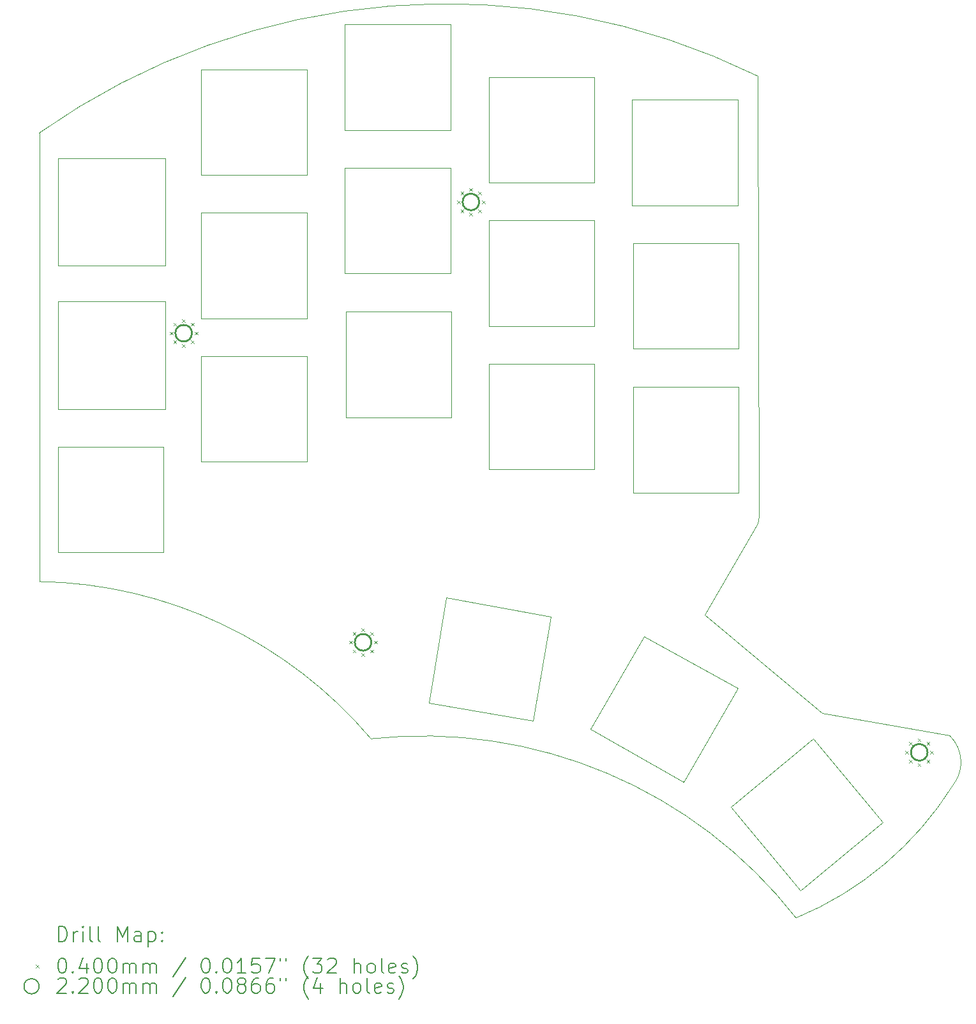
<source format=gbr>
%FSLAX45Y45*%
G04 Gerber Fmt 4.5, Leading zero omitted, Abs format (unit mm)*
G04 Created by KiCad (PCBNEW (6.0.4-0)) date 2022-05-15 20:04:57*
%MOMM*%
%LPD*%
G01*
G04 APERTURE LIST*
%TA.AperFunction,Profile*%
%ADD10C,0.050000*%
%TD*%
%ADD11C,0.200000*%
%ADD12C,0.040000*%
%ADD13C,0.220000*%
G04 APERTURE END LIST*
D10*
X8025000Y-7675000D02*
X8025000Y-6250000D01*
X8025000Y-9575000D02*
X8025000Y-8150000D01*
X9450000Y-9575000D02*
X9425000Y-9575000D01*
X8025000Y-11475000D02*
X8025000Y-10075000D01*
X8025000Y-10075000D02*
X9425000Y-10075000D01*
X9425000Y-10075000D02*
X9425000Y-11475000D01*
X9425000Y-11475000D02*
X8025000Y-11475000D01*
X17050000Y-10685000D02*
X15650000Y-10685000D01*
X15650000Y-10685000D02*
X15650000Y-9285000D01*
X17050000Y-9285000D02*
X17050000Y-10685000D01*
X15650000Y-9285000D02*
X17050000Y-9285000D01*
X12940000Y-13470000D02*
X14320000Y-13710000D01*
X16950000Y-14850000D02*
X17870000Y-15960000D01*
X16950000Y-14850000D02*
X18040000Y-13950000D01*
X16602157Y-12301532D02*
X17300657Y-11095032D01*
X18158793Y-13610828D02*
X16602157Y-12301532D01*
X17300657Y-11095032D02*
X17325000Y-11000000D01*
X8025000Y-8150000D02*
X9425000Y-8150000D01*
X11840000Y-8285000D02*
X13240000Y-8285000D01*
X9925000Y-5075000D02*
X11325000Y-5075000D01*
X11840000Y-9685000D02*
X11840000Y-8285000D01*
X13230000Y-6375000D02*
X13230000Y-7775000D01*
X9450000Y-7675000D02*
X8025000Y-7675000D01*
X15140000Y-8975000D02*
X15140000Y-10375000D01*
X13240000Y-8285000D02*
X13240000Y-9685000D01*
X16320000Y-14520000D02*
X17040000Y-13280000D01*
X8025000Y-6250000D02*
X9450000Y-6250000D01*
X13740000Y-8975000D02*
X15140000Y-8975000D01*
X13240000Y-9685000D02*
X11840000Y-9685000D01*
X9450000Y-6250000D02*
X9450000Y-7675000D01*
X19852157Y-13907808D02*
X18158793Y-13610828D01*
X17303750Y-5159375D02*
X17325000Y-11000000D01*
X15140000Y-7075000D02*
X15140000Y-8475000D01*
X7774954Y-5914571D02*
X7779480Y-11863649D01*
X19890686Y-14570430D02*
G75*
G03*
X19852157Y-13907808I-385426J310020D01*
G01*
X15650000Y-7375000D02*
X17050000Y-7375000D01*
X11325000Y-5075000D02*
X11325000Y-6475000D01*
X11325000Y-8375000D02*
X9925000Y-8375000D01*
X11325000Y-6475000D02*
X9925000Y-6475000D01*
X9425000Y-8150000D02*
X9450000Y-8150000D01*
X14320000Y-13710000D02*
X14560000Y-12330000D01*
X13740000Y-6575000D02*
X13740000Y-5175000D01*
X17812861Y-16325288D02*
G75*
G03*
X12174925Y-13949323I-4949949J-3868630D01*
G01*
X11830000Y-5875000D02*
X11830000Y-4475000D01*
X9925000Y-10275000D02*
X9925000Y-8875000D01*
X9925000Y-6975000D02*
X11325000Y-6975000D01*
X9925000Y-8375000D02*
X9925000Y-6975000D01*
X12174926Y-13949323D02*
G75*
G03*
X7779480Y-11863649I-4496261J-3801207D01*
G01*
X15800000Y-12590000D02*
X17040000Y-13280000D01*
X13230000Y-7775000D02*
X11830000Y-7775000D01*
X13740000Y-7075000D02*
X15140000Y-7075000D01*
X17812861Y-16325288D02*
G75*
G03*
X19890684Y-14570429I-1704573J4125824D01*
G01*
X15140000Y-6575000D02*
X13740000Y-6575000D01*
X11325000Y-8875000D02*
X11325000Y-10275000D01*
X15800000Y-12590000D02*
X15090000Y-13820000D01*
X16320000Y-14520000D02*
X15090000Y-13820000D01*
X9925000Y-8875000D02*
X11325000Y-8875000D01*
X13740000Y-5175000D02*
X15140000Y-5175000D01*
X11830000Y-6375000D02*
X13230000Y-6375000D01*
X17303750Y-5159375D02*
G75*
G03*
X7774954Y-5914571I-4127500J-8413750D01*
G01*
X17870000Y-15960000D02*
X18960000Y-15060000D01*
X18040000Y-13950000D02*
X18960000Y-15060000D01*
X17040000Y-5475000D02*
X17040000Y-6875000D01*
X9450000Y-8150000D02*
X9450000Y-9575000D01*
X13230000Y-5875000D02*
X11830000Y-5875000D01*
X15650000Y-8775000D02*
X15650000Y-7375000D01*
X9425000Y-9575000D02*
X8025000Y-9575000D01*
X13170000Y-12080000D02*
X12940000Y-13470000D01*
X15140000Y-10375000D02*
X13740000Y-10375000D01*
X13230000Y-4475000D02*
X13230000Y-5875000D01*
X15640000Y-6875000D02*
X15640000Y-5475000D01*
X17040000Y-6875000D02*
X15640000Y-6875000D01*
X15140000Y-8475000D02*
X13740000Y-8475000D01*
X15140000Y-5175000D02*
X15140000Y-6575000D01*
X11325000Y-10275000D02*
X9925000Y-10275000D01*
X13740000Y-10375000D02*
X13740000Y-8975000D01*
X15640000Y-5475000D02*
X17040000Y-5475000D01*
X11325000Y-6975000D02*
X11325000Y-8375000D01*
X11830000Y-4475000D02*
X13230000Y-4475000D01*
X17050000Y-7375000D02*
X17050000Y-8775000D01*
X13740000Y-8475000D02*
X13740000Y-7075000D01*
X17050000Y-8775000D02*
X15650000Y-8775000D01*
X14560000Y-12330000D02*
X13170000Y-12080000D01*
X9925000Y-6475000D02*
X9925000Y-5075000D01*
X11830000Y-7775000D02*
X11830000Y-6375000D01*
D11*
D12*
X9505000Y-8550000D02*
X9545000Y-8590000D01*
X9545000Y-8550000D02*
X9505000Y-8590000D01*
X9553327Y-8433327D02*
X9593327Y-8473327D01*
X9593327Y-8433327D02*
X9553327Y-8473327D01*
X9553327Y-8666673D02*
X9593327Y-8706673D01*
X9593327Y-8666673D02*
X9553327Y-8706673D01*
X9670000Y-8385000D02*
X9710000Y-8425000D01*
X9710000Y-8385000D02*
X9670000Y-8425000D01*
X9670000Y-8715000D02*
X9710000Y-8755000D01*
X9710000Y-8715000D02*
X9670000Y-8755000D01*
X9786673Y-8433327D02*
X9826673Y-8473327D01*
X9826673Y-8433327D02*
X9786673Y-8473327D01*
X9786673Y-8666673D02*
X9826673Y-8706673D01*
X9826673Y-8666673D02*
X9786673Y-8706673D01*
X9835000Y-8550000D02*
X9875000Y-8590000D01*
X9875000Y-8550000D02*
X9835000Y-8590000D01*
X11885000Y-12650000D02*
X11925000Y-12690000D01*
X11925000Y-12650000D02*
X11885000Y-12690000D01*
X11933327Y-12533327D02*
X11973327Y-12573327D01*
X11973327Y-12533327D02*
X11933327Y-12573327D01*
X11933327Y-12766673D02*
X11973327Y-12806673D01*
X11973327Y-12766673D02*
X11933327Y-12806673D01*
X12050000Y-12485000D02*
X12090000Y-12525000D01*
X12090000Y-12485000D02*
X12050000Y-12525000D01*
X12050000Y-12815000D02*
X12090000Y-12855000D01*
X12090000Y-12815000D02*
X12050000Y-12855000D01*
X12166673Y-12533327D02*
X12206673Y-12573327D01*
X12206673Y-12533327D02*
X12166673Y-12573327D01*
X12166673Y-12766673D02*
X12206673Y-12806673D01*
X12206673Y-12766673D02*
X12166673Y-12806673D01*
X12215000Y-12650000D02*
X12255000Y-12690000D01*
X12255000Y-12650000D02*
X12215000Y-12690000D01*
X13315000Y-6810000D02*
X13355000Y-6850000D01*
X13355000Y-6810000D02*
X13315000Y-6850000D01*
X13363327Y-6693327D02*
X13403327Y-6733327D01*
X13403327Y-6693327D02*
X13363327Y-6733327D01*
X13363327Y-6926673D02*
X13403327Y-6966673D01*
X13403327Y-6926673D02*
X13363327Y-6966673D01*
X13480000Y-6645000D02*
X13520000Y-6685000D01*
X13520000Y-6645000D02*
X13480000Y-6685000D01*
X13480000Y-6975000D02*
X13520000Y-7015000D01*
X13520000Y-6975000D02*
X13480000Y-7015000D01*
X13596673Y-6693327D02*
X13636673Y-6733327D01*
X13636673Y-6693327D02*
X13596673Y-6733327D01*
X13596673Y-6926673D02*
X13636673Y-6966673D01*
X13636673Y-6926673D02*
X13596673Y-6966673D01*
X13645000Y-6810000D02*
X13685000Y-6850000D01*
X13685000Y-6810000D02*
X13645000Y-6850000D01*
X19261875Y-14108750D02*
X19301875Y-14148750D01*
X19301875Y-14108750D02*
X19261875Y-14148750D01*
X19310202Y-13992077D02*
X19350202Y-14032077D01*
X19350202Y-13992077D02*
X19310202Y-14032077D01*
X19310202Y-14225423D02*
X19350202Y-14265423D01*
X19350202Y-14225423D02*
X19310202Y-14265423D01*
X19426875Y-13943750D02*
X19466875Y-13983750D01*
X19466875Y-13943750D02*
X19426875Y-13983750D01*
X19426875Y-14273750D02*
X19466875Y-14313750D01*
X19466875Y-14273750D02*
X19426875Y-14313750D01*
X19543548Y-13992077D02*
X19583548Y-14032077D01*
X19583548Y-13992077D02*
X19543548Y-14032077D01*
X19543548Y-14225423D02*
X19583548Y-14265423D01*
X19583548Y-14225423D02*
X19543548Y-14265423D01*
X19591875Y-14108750D02*
X19631875Y-14148750D01*
X19631875Y-14108750D02*
X19591875Y-14148750D01*
D13*
X9800000Y-8570000D02*
G75*
G03*
X9800000Y-8570000I-110000J0D01*
G01*
X12180000Y-12670000D02*
G75*
G03*
X12180000Y-12670000I-110000J0D01*
G01*
X13610000Y-6830000D02*
G75*
G03*
X13610000Y-6830000I-110000J0D01*
G01*
X19556875Y-14128750D02*
G75*
G03*
X19556875Y-14128750I-110000J0D01*
G01*
D11*
X8030073Y-16638264D02*
X8030073Y-16438264D01*
X8077692Y-16438264D01*
X8106264Y-16447788D01*
X8125311Y-16466836D01*
X8134835Y-16485883D01*
X8144359Y-16523979D01*
X8144359Y-16552550D01*
X8134835Y-16590645D01*
X8125311Y-16609693D01*
X8106264Y-16628740D01*
X8077692Y-16638264D01*
X8030073Y-16638264D01*
X8230073Y-16638264D02*
X8230073Y-16504931D01*
X8230073Y-16543026D02*
X8239597Y-16523979D01*
X8249121Y-16514455D01*
X8268168Y-16504931D01*
X8287216Y-16504931D01*
X8353883Y-16638264D02*
X8353883Y-16504931D01*
X8353883Y-16438264D02*
X8344359Y-16447788D01*
X8353883Y-16457312D01*
X8363406Y-16447788D01*
X8353883Y-16438264D01*
X8353883Y-16457312D01*
X8477692Y-16638264D02*
X8458645Y-16628740D01*
X8449121Y-16609693D01*
X8449121Y-16438264D01*
X8582454Y-16638264D02*
X8563406Y-16628740D01*
X8553883Y-16609693D01*
X8553883Y-16438264D01*
X8811026Y-16638264D02*
X8811026Y-16438264D01*
X8877692Y-16581121D01*
X8944359Y-16438264D01*
X8944359Y-16638264D01*
X9125311Y-16638264D02*
X9125311Y-16533502D01*
X9115787Y-16514455D01*
X9096740Y-16504931D01*
X9058645Y-16504931D01*
X9039597Y-16514455D01*
X9125311Y-16628740D02*
X9106264Y-16638264D01*
X9058645Y-16638264D01*
X9039597Y-16628740D01*
X9030073Y-16609693D01*
X9030073Y-16590645D01*
X9039597Y-16571598D01*
X9058645Y-16562074D01*
X9106264Y-16562074D01*
X9125311Y-16552550D01*
X9220549Y-16504931D02*
X9220549Y-16704931D01*
X9220549Y-16514455D02*
X9239597Y-16504931D01*
X9277692Y-16504931D01*
X9296740Y-16514455D01*
X9306264Y-16523979D01*
X9315787Y-16543026D01*
X9315787Y-16600169D01*
X9306264Y-16619217D01*
X9296740Y-16628740D01*
X9277692Y-16638264D01*
X9239597Y-16638264D01*
X9220549Y-16628740D01*
X9401502Y-16619217D02*
X9411026Y-16628740D01*
X9401502Y-16638264D01*
X9391978Y-16628740D01*
X9401502Y-16619217D01*
X9401502Y-16638264D01*
X9401502Y-16514455D02*
X9411026Y-16523979D01*
X9401502Y-16533502D01*
X9391978Y-16523979D01*
X9401502Y-16514455D01*
X9401502Y-16533502D01*
D12*
X7732454Y-16947788D02*
X7772454Y-16987788D01*
X7772454Y-16947788D02*
X7732454Y-16987788D01*
D11*
X8068168Y-16858264D02*
X8087216Y-16858264D01*
X8106264Y-16867788D01*
X8115787Y-16877312D01*
X8125311Y-16896360D01*
X8134835Y-16934455D01*
X8134835Y-16982074D01*
X8125311Y-17020169D01*
X8115787Y-17039217D01*
X8106264Y-17048741D01*
X8087216Y-17058264D01*
X8068168Y-17058264D01*
X8049121Y-17048741D01*
X8039597Y-17039217D01*
X8030073Y-17020169D01*
X8020549Y-16982074D01*
X8020549Y-16934455D01*
X8030073Y-16896360D01*
X8039597Y-16877312D01*
X8049121Y-16867788D01*
X8068168Y-16858264D01*
X8220549Y-17039217D02*
X8230073Y-17048741D01*
X8220549Y-17058264D01*
X8211025Y-17048741D01*
X8220549Y-17039217D01*
X8220549Y-17058264D01*
X8401502Y-16924931D02*
X8401502Y-17058264D01*
X8353883Y-16848741D02*
X8306264Y-16991598D01*
X8430073Y-16991598D01*
X8544359Y-16858264D02*
X8563406Y-16858264D01*
X8582454Y-16867788D01*
X8591978Y-16877312D01*
X8601502Y-16896360D01*
X8611026Y-16934455D01*
X8611026Y-16982074D01*
X8601502Y-17020169D01*
X8591978Y-17039217D01*
X8582454Y-17048741D01*
X8563406Y-17058264D01*
X8544359Y-17058264D01*
X8525311Y-17048741D01*
X8515787Y-17039217D01*
X8506264Y-17020169D01*
X8496740Y-16982074D01*
X8496740Y-16934455D01*
X8506264Y-16896360D01*
X8515787Y-16877312D01*
X8525311Y-16867788D01*
X8544359Y-16858264D01*
X8734835Y-16858264D02*
X8753883Y-16858264D01*
X8772930Y-16867788D01*
X8782454Y-16877312D01*
X8791978Y-16896360D01*
X8801502Y-16934455D01*
X8801502Y-16982074D01*
X8791978Y-17020169D01*
X8782454Y-17039217D01*
X8772930Y-17048741D01*
X8753883Y-17058264D01*
X8734835Y-17058264D01*
X8715787Y-17048741D01*
X8706264Y-17039217D01*
X8696740Y-17020169D01*
X8687216Y-16982074D01*
X8687216Y-16934455D01*
X8696740Y-16896360D01*
X8706264Y-16877312D01*
X8715787Y-16867788D01*
X8734835Y-16858264D01*
X8887216Y-17058264D02*
X8887216Y-16924931D01*
X8887216Y-16943979D02*
X8896740Y-16934455D01*
X8915787Y-16924931D01*
X8944359Y-16924931D01*
X8963406Y-16934455D01*
X8972930Y-16953502D01*
X8972930Y-17058264D01*
X8972930Y-16953502D02*
X8982454Y-16934455D01*
X9001502Y-16924931D01*
X9030073Y-16924931D01*
X9049121Y-16934455D01*
X9058645Y-16953502D01*
X9058645Y-17058264D01*
X9153883Y-17058264D02*
X9153883Y-16924931D01*
X9153883Y-16943979D02*
X9163406Y-16934455D01*
X9182454Y-16924931D01*
X9211026Y-16924931D01*
X9230073Y-16934455D01*
X9239597Y-16953502D01*
X9239597Y-17058264D01*
X9239597Y-16953502D02*
X9249121Y-16934455D01*
X9268168Y-16924931D01*
X9296740Y-16924931D01*
X9315787Y-16934455D01*
X9325311Y-16953502D01*
X9325311Y-17058264D01*
X9715787Y-16848741D02*
X9544359Y-17105883D01*
X9972930Y-16858264D02*
X9991978Y-16858264D01*
X10011026Y-16867788D01*
X10020549Y-16877312D01*
X10030073Y-16896360D01*
X10039597Y-16934455D01*
X10039597Y-16982074D01*
X10030073Y-17020169D01*
X10020549Y-17039217D01*
X10011026Y-17048741D01*
X9991978Y-17058264D01*
X9972930Y-17058264D01*
X9953883Y-17048741D01*
X9944359Y-17039217D01*
X9934835Y-17020169D01*
X9925311Y-16982074D01*
X9925311Y-16934455D01*
X9934835Y-16896360D01*
X9944359Y-16877312D01*
X9953883Y-16867788D01*
X9972930Y-16858264D01*
X10125311Y-17039217D02*
X10134835Y-17048741D01*
X10125311Y-17058264D01*
X10115787Y-17048741D01*
X10125311Y-17039217D01*
X10125311Y-17058264D01*
X10258645Y-16858264D02*
X10277692Y-16858264D01*
X10296740Y-16867788D01*
X10306264Y-16877312D01*
X10315787Y-16896360D01*
X10325311Y-16934455D01*
X10325311Y-16982074D01*
X10315787Y-17020169D01*
X10306264Y-17039217D01*
X10296740Y-17048741D01*
X10277692Y-17058264D01*
X10258645Y-17058264D01*
X10239597Y-17048741D01*
X10230073Y-17039217D01*
X10220549Y-17020169D01*
X10211026Y-16982074D01*
X10211026Y-16934455D01*
X10220549Y-16896360D01*
X10230073Y-16877312D01*
X10239597Y-16867788D01*
X10258645Y-16858264D01*
X10515787Y-17058264D02*
X10401502Y-17058264D01*
X10458645Y-17058264D02*
X10458645Y-16858264D01*
X10439597Y-16886836D01*
X10420549Y-16905883D01*
X10401502Y-16915407D01*
X10696740Y-16858264D02*
X10601502Y-16858264D01*
X10591978Y-16953502D01*
X10601502Y-16943979D01*
X10620549Y-16934455D01*
X10668168Y-16934455D01*
X10687216Y-16943979D01*
X10696740Y-16953502D01*
X10706264Y-16972550D01*
X10706264Y-17020169D01*
X10696740Y-17039217D01*
X10687216Y-17048741D01*
X10668168Y-17058264D01*
X10620549Y-17058264D01*
X10601502Y-17048741D01*
X10591978Y-17039217D01*
X10772930Y-16858264D02*
X10906264Y-16858264D01*
X10820549Y-17058264D01*
X10972930Y-16858264D02*
X10972930Y-16896360D01*
X11049121Y-16858264D02*
X11049121Y-16896360D01*
X11344359Y-17134455D02*
X11334835Y-17124931D01*
X11315787Y-17096360D01*
X11306264Y-17077312D01*
X11296740Y-17048741D01*
X11287216Y-17001122D01*
X11287216Y-16963026D01*
X11296740Y-16915407D01*
X11306264Y-16886836D01*
X11315787Y-16867788D01*
X11334835Y-16839217D01*
X11344359Y-16829693D01*
X11401502Y-16858264D02*
X11525311Y-16858264D01*
X11458644Y-16934455D01*
X11487216Y-16934455D01*
X11506264Y-16943979D01*
X11515787Y-16953502D01*
X11525311Y-16972550D01*
X11525311Y-17020169D01*
X11515787Y-17039217D01*
X11506264Y-17048741D01*
X11487216Y-17058264D01*
X11430073Y-17058264D01*
X11411025Y-17048741D01*
X11401502Y-17039217D01*
X11601502Y-16877312D02*
X11611025Y-16867788D01*
X11630073Y-16858264D01*
X11677692Y-16858264D01*
X11696740Y-16867788D01*
X11706264Y-16877312D01*
X11715787Y-16896360D01*
X11715787Y-16915407D01*
X11706264Y-16943979D01*
X11591978Y-17058264D01*
X11715787Y-17058264D01*
X11953883Y-17058264D02*
X11953883Y-16858264D01*
X12039597Y-17058264D02*
X12039597Y-16953502D01*
X12030073Y-16934455D01*
X12011025Y-16924931D01*
X11982454Y-16924931D01*
X11963406Y-16934455D01*
X11953883Y-16943979D01*
X12163406Y-17058264D02*
X12144359Y-17048741D01*
X12134835Y-17039217D01*
X12125311Y-17020169D01*
X12125311Y-16963026D01*
X12134835Y-16943979D01*
X12144359Y-16934455D01*
X12163406Y-16924931D01*
X12191978Y-16924931D01*
X12211025Y-16934455D01*
X12220549Y-16943979D01*
X12230073Y-16963026D01*
X12230073Y-17020169D01*
X12220549Y-17039217D01*
X12211025Y-17048741D01*
X12191978Y-17058264D01*
X12163406Y-17058264D01*
X12344359Y-17058264D02*
X12325311Y-17048741D01*
X12315787Y-17029693D01*
X12315787Y-16858264D01*
X12496740Y-17048741D02*
X12477692Y-17058264D01*
X12439597Y-17058264D01*
X12420549Y-17048741D01*
X12411025Y-17029693D01*
X12411025Y-16953502D01*
X12420549Y-16934455D01*
X12439597Y-16924931D01*
X12477692Y-16924931D01*
X12496740Y-16934455D01*
X12506264Y-16953502D01*
X12506264Y-16972550D01*
X12411025Y-16991598D01*
X12582454Y-17048741D02*
X12601502Y-17058264D01*
X12639597Y-17058264D01*
X12658644Y-17048741D01*
X12668168Y-17029693D01*
X12668168Y-17020169D01*
X12658644Y-17001122D01*
X12639597Y-16991598D01*
X12611025Y-16991598D01*
X12591978Y-16982074D01*
X12582454Y-16963026D01*
X12582454Y-16953502D01*
X12591978Y-16934455D01*
X12611025Y-16924931D01*
X12639597Y-16924931D01*
X12658644Y-16934455D01*
X12734835Y-17134455D02*
X12744359Y-17124931D01*
X12763406Y-17096360D01*
X12772930Y-17077312D01*
X12782454Y-17048741D01*
X12791978Y-17001122D01*
X12791978Y-16963026D01*
X12782454Y-16915407D01*
X12772930Y-16886836D01*
X12763406Y-16867788D01*
X12744359Y-16839217D01*
X12734835Y-16829693D01*
X7772454Y-17231788D02*
G75*
G03*
X7772454Y-17231788I-100000J0D01*
G01*
X8020549Y-17141312D02*
X8030073Y-17131788D01*
X8049121Y-17122264D01*
X8096740Y-17122264D01*
X8115787Y-17131788D01*
X8125311Y-17141312D01*
X8134835Y-17160360D01*
X8134835Y-17179407D01*
X8125311Y-17207979D01*
X8011025Y-17322264D01*
X8134835Y-17322264D01*
X8220549Y-17303217D02*
X8230073Y-17312741D01*
X8220549Y-17322264D01*
X8211025Y-17312741D01*
X8220549Y-17303217D01*
X8220549Y-17322264D01*
X8306264Y-17141312D02*
X8315787Y-17131788D01*
X8334835Y-17122264D01*
X8382454Y-17122264D01*
X8401502Y-17131788D01*
X8411026Y-17141312D01*
X8420549Y-17160360D01*
X8420549Y-17179407D01*
X8411026Y-17207979D01*
X8296740Y-17322264D01*
X8420549Y-17322264D01*
X8544359Y-17122264D02*
X8563406Y-17122264D01*
X8582454Y-17131788D01*
X8591978Y-17141312D01*
X8601502Y-17160360D01*
X8611026Y-17198455D01*
X8611026Y-17246074D01*
X8601502Y-17284169D01*
X8591978Y-17303217D01*
X8582454Y-17312741D01*
X8563406Y-17322264D01*
X8544359Y-17322264D01*
X8525311Y-17312741D01*
X8515787Y-17303217D01*
X8506264Y-17284169D01*
X8496740Y-17246074D01*
X8496740Y-17198455D01*
X8506264Y-17160360D01*
X8515787Y-17141312D01*
X8525311Y-17131788D01*
X8544359Y-17122264D01*
X8734835Y-17122264D02*
X8753883Y-17122264D01*
X8772930Y-17131788D01*
X8782454Y-17141312D01*
X8791978Y-17160360D01*
X8801502Y-17198455D01*
X8801502Y-17246074D01*
X8791978Y-17284169D01*
X8782454Y-17303217D01*
X8772930Y-17312741D01*
X8753883Y-17322264D01*
X8734835Y-17322264D01*
X8715787Y-17312741D01*
X8706264Y-17303217D01*
X8696740Y-17284169D01*
X8687216Y-17246074D01*
X8687216Y-17198455D01*
X8696740Y-17160360D01*
X8706264Y-17141312D01*
X8715787Y-17131788D01*
X8734835Y-17122264D01*
X8887216Y-17322264D02*
X8887216Y-17188931D01*
X8887216Y-17207979D02*
X8896740Y-17198455D01*
X8915787Y-17188931D01*
X8944359Y-17188931D01*
X8963406Y-17198455D01*
X8972930Y-17217502D01*
X8972930Y-17322264D01*
X8972930Y-17217502D02*
X8982454Y-17198455D01*
X9001502Y-17188931D01*
X9030073Y-17188931D01*
X9049121Y-17198455D01*
X9058645Y-17217502D01*
X9058645Y-17322264D01*
X9153883Y-17322264D02*
X9153883Y-17188931D01*
X9153883Y-17207979D02*
X9163406Y-17198455D01*
X9182454Y-17188931D01*
X9211026Y-17188931D01*
X9230073Y-17198455D01*
X9239597Y-17217502D01*
X9239597Y-17322264D01*
X9239597Y-17217502D02*
X9249121Y-17198455D01*
X9268168Y-17188931D01*
X9296740Y-17188931D01*
X9315787Y-17198455D01*
X9325311Y-17217502D01*
X9325311Y-17322264D01*
X9715787Y-17112741D02*
X9544359Y-17369883D01*
X9972930Y-17122264D02*
X9991978Y-17122264D01*
X10011026Y-17131788D01*
X10020549Y-17141312D01*
X10030073Y-17160360D01*
X10039597Y-17198455D01*
X10039597Y-17246074D01*
X10030073Y-17284169D01*
X10020549Y-17303217D01*
X10011026Y-17312741D01*
X9991978Y-17322264D01*
X9972930Y-17322264D01*
X9953883Y-17312741D01*
X9944359Y-17303217D01*
X9934835Y-17284169D01*
X9925311Y-17246074D01*
X9925311Y-17198455D01*
X9934835Y-17160360D01*
X9944359Y-17141312D01*
X9953883Y-17131788D01*
X9972930Y-17122264D01*
X10125311Y-17303217D02*
X10134835Y-17312741D01*
X10125311Y-17322264D01*
X10115787Y-17312741D01*
X10125311Y-17303217D01*
X10125311Y-17322264D01*
X10258645Y-17122264D02*
X10277692Y-17122264D01*
X10296740Y-17131788D01*
X10306264Y-17141312D01*
X10315787Y-17160360D01*
X10325311Y-17198455D01*
X10325311Y-17246074D01*
X10315787Y-17284169D01*
X10306264Y-17303217D01*
X10296740Y-17312741D01*
X10277692Y-17322264D01*
X10258645Y-17322264D01*
X10239597Y-17312741D01*
X10230073Y-17303217D01*
X10220549Y-17284169D01*
X10211026Y-17246074D01*
X10211026Y-17198455D01*
X10220549Y-17160360D01*
X10230073Y-17141312D01*
X10239597Y-17131788D01*
X10258645Y-17122264D01*
X10439597Y-17207979D02*
X10420549Y-17198455D01*
X10411026Y-17188931D01*
X10401502Y-17169883D01*
X10401502Y-17160360D01*
X10411026Y-17141312D01*
X10420549Y-17131788D01*
X10439597Y-17122264D01*
X10477692Y-17122264D01*
X10496740Y-17131788D01*
X10506264Y-17141312D01*
X10515787Y-17160360D01*
X10515787Y-17169883D01*
X10506264Y-17188931D01*
X10496740Y-17198455D01*
X10477692Y-17207979D01*
X10439597Y-17207979D01*
X10420549Y-17217502D01*
X10411026Y-17227026D01*
X10401502Y-17246074D01*
X10401502Y-17284169D01*
X10411026Y-17303217D01*
X10420549Y-17312741D01*
X10439597Y-17322264D01*
X10477692Y-17322264D01*
X10496740Y-17312741D01*
X10506264Y-17303217D01*
X10515787Y-17284169D01*
X10515787Y-17246074D01*
X10506264Y-17227026D01*
X10496740Y-17217502D01*
X10477692Y-17207979D01*
X10687216Y-17122264D02*
X10649121Y-17122264D01*
X10630073Y-17131788D01*
X10620549Y-17141312D01*
X10601502Y-17169883D01*
X10591978Y-17207979D01*
X10591978Y-17284169D01*
X10601502Y-17303217D01*
X10611026Y-17312741D01*
X10630073Y-17322264D01*
X10668168Y-17322264D01*
X10687216Y-17312741D01*
X10696740Y-17303217D01*
X10706264Y-17284169D01*
X10706264Y-17236550D01*
X10696740Y-17217502D01*
X10687216Y-17207979D01*
X10668168Y-17198455D01*
X10630073Y-17198455D01*
X10611026Y-17207979D01*
X10601502Y-17217502D01*
X10591978Y-17236550D01*
X10877692Y-17122264D02*
X10839597Y-17122264D01*
X10820549Y-17131788D01*
X10811026Y-17141312D01*
X10791978Y-17169883D01*
X10782454Y-17207979D01*
X10782454Y-17284169D01*
X10791978Y-17303217D01*
X10801502Y-17312741D01*
X10820549Y-17322264D01*
X10858645Y-17322264D01*
X10877692Y-17312741D01*
X10887216Y-17303217D01*
X10896740Y-17284169D01*
X10896740Y-17236550D01*
X10887216Y-17217502D01*
X10877692Y-17207979D01*
X10858645Y-17198455D01*
X10820549Y-17198455D01*
X10801502Y-17207979D01*
X10791978Y-17217502D01*
X10782454Y-17236550D01*
X10972930Y-17122264D02*
X10972930Y-17160360D01*
X11049121Y-17122264D02*
X11049121Y-17160360D01*
X11344359Y-17398455D02*
X11334835Y-17388931D01*
X11315787Y-17360360D01*
X11306264Y-17341312D01*
X11296740Y-17312741D01*
X11287216Y-17265122D01*
X11287216Y-17227026D01*
X11296740Y-17179407D01*
X11306264Y-17150836D01*
X11315787Y-17131788D01*
X11334835Y-17103217D01*
X11344359Y-17093693D01*
X11506264Y-17188931D02*
X11506264Y-17322264D01*
X11458644Y-17112741D02*
X11411025Y-17255598D01*
X11534835Y-17255598D01*
X11763406Y-17322264D02*
X11763406Y-17122264D01*
X11849121Y-17322264D02*
X11849121Y-17217502D01*
X11839597Y-17198455D01*
X11820549Y-17188931D01*
X11791978Y-17188931D01*
X11772930Y-17198455D01*
X11763406Y-17207979D01*
X11972930Y-17322264D02*
X11953883Y-17312741D01*
X11944359Y-17303217D01*
X11934835Y-17284169D01*
X11934835Y-17227026D01*
X11944359Y-17207979D01*
X11953883Y-17198455D01*
X11972930Y-17188931D01*
X12001502Y-17188931D01*
X12020549Y-17198455D01*
X12030073Y-17207979D01*
X12039597Y-17227026D01*
X12039597Y-17284169D01*
X12030073Y-17303217D01*
X12020549Y-17312741D01*
X12001502Y-17322264D01*
X11972930Y-17322264D01*
X12153883Y-17322264D02*
X12134835Y-17312741D01*
X12125311Y-17293693D01*
X12125311Y-17122264D01*
X12306264Y-17312741D02*
X12287216Y-17322264D01*
X12249121Y-17322264D01*
X12230073Y-17312741D01*
X12220549Y-17293693D01*
X12220549Y-17217502D01*
X12230073Y-17198455D01*
X12249121Y-17188931D01*
X12287216Y-17188931D01*
X12306264Y-17198455D01*
X12315787Y-17217502D01*
X12315787Y-17236550D01*
X12220549Y-17255598D01*
X12391978Y-17312741D02*
X12411025Y-17322264D01*
X12449121Y-17322264D01*
X12468168Y-17312741D01*
X12477692Y-17293693D01*
X12477692Y-17284169D01*
X12468168Y-17265122D01*
X12449121Y-17255598D01*
X12420549Y-17255598D01*
X12401502Y-17246074D01*
X12391978Y-17227026D01*
X12391978Y-17217502D01*
X12401502Y-17198455D01*
X12420549Y-17188931D01*
X12449121Y-17188931D01*
X12468168Y-17198455D01*
X12544359Y-17398455D02*
X12553883Y-17388931D01*
X12572930Y-17360360D01*
X12582454Y-17341312D01*
X12591978Y-17312741D01*
X12601502Y-17265122D01*
X12601502Y-17227026D01*
X12591978Y-17179407D01*
X12582454Y-17150836D01*
X12572930Y-17131788D01*
X12553883Y-17103217D01*
X12544359Y-17093693D01*
M02*

</source>
